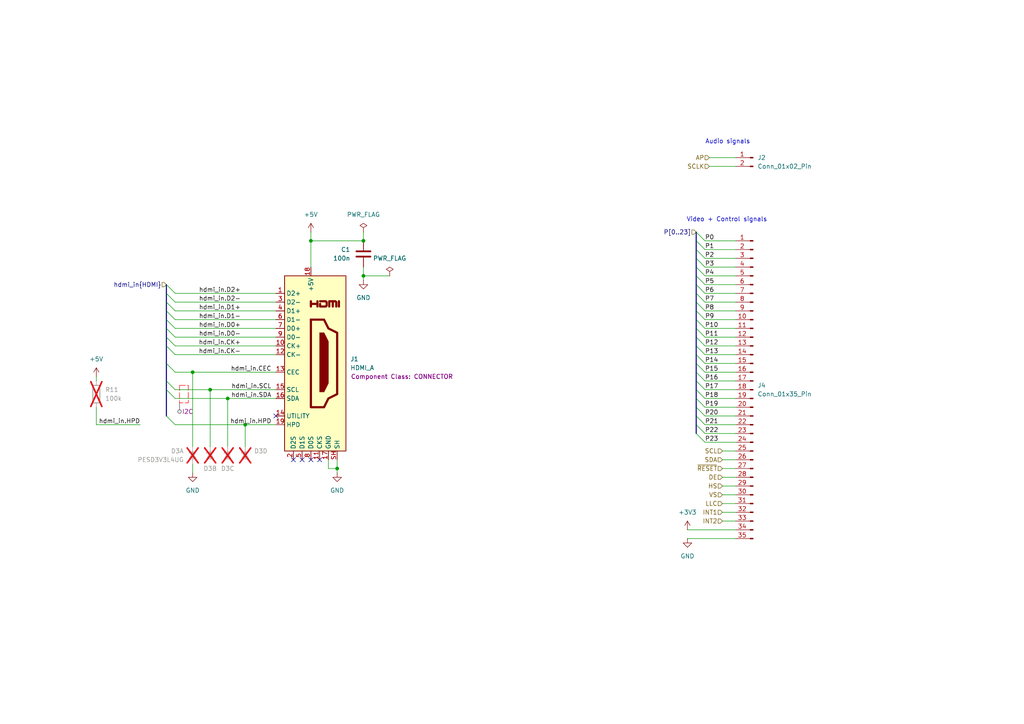
<source format=kicad_sch>
(kicad_sch (version 20250114) (generator "eeschema") (generator_version "9.0")
  (paper "A4")
  (lib_symbols
    (symbol "Connector:Conn_01x02_Pin" (pin_names (offset 1.016) (hide yes))
      (property "Reference" "J" (at 0 2.54 0))
      (property "Value" "Conn_01x02_Pin" (at 0 -5.08 0))
      (symbol "Conn_01x02_Pin_1_1"
        (rectangle (start 0.8636 0.127) (end 0 -0.127) (stroke (width 0.1524)) (fill (type outline)))
        (rectangle (start 0.8636 -2.413) (end 0 -2.667) (stroke (width 0.1524)) (fill (type outline)))
        (polyline (pts (xy 1.27 0) (xy 0.8636 0)) (stroke (width 0.1524)))
        (polyline (pts (xy 1.27 -2.54) (xy 0.8636 -2.54)) (stroke (width 0.1524)))
        (pin passive line (at 5.08 0 180) (length 3.81) (name "Pin_1") (number "1"))
        (pin passive line (at 5.08 -2.54 180) (length 3.81) (name "Pin_2") (number "2"))
      )
    )
    (symbol "Connector:Conn_01x35_Pin" (pin_names (offset 1.016) (hide yes))
      (property "Reference" "J" (at 0 45.72 0))
      (property "Value" "Conn_01x35_Pin" (at 0 -45.72 0))
      (symbol "Conn_01x35_Pin_1_1"
        (rectangle (start 0.8636 43.307) (end 0 43.053) (stroke (width 0.1524)) (fill (type outline)))
        (rectangle (start 0.8636 40.767) (end 0 40.513) (stroke (width 0.1524)) (fill (type outline)))
        (rectangle (start 0.8636 38.227) (end 0 37.973) (stroke (width 0.1524)) (fill (type outline)))
        (rectangle (start 0.8636 35.687) (end 0 35.433) (stroke (width 0.1524)) (fill (type outline)))
        (rectangle (start 0.8636 33.147) (end 0 32.893) (stroke (width 0.1524)) (fill (type outline)))
        (rectangle (start 0.8636 30.607) (end 0 30.353) (stroke (width 0.1524)) (fill (type outline)))
        (rectangle (start 0.8636 28.067) (end 0 27.813) (stroke (width 0.1524)) (fill (type outline)))
        (rectangle (start 0.8636 25.527) (end 0 25.273) (stroke (width 0.1524)) (fill (type outline)))
        (rectangle (start 0.8636 22.987) (end 0 22.733) (stroke (width 0.1524)) (fill (type outline)))
        (rectangle (start 0.8636 20.447) (end 0 20.193) (stroke (width 0.1524)) (fill (type outline)))
        (rectangle (start 0.8636 17.907) (end 0 17.653) (stroke (width 0.1524)) (fill (type outline)))
        (rectangle (start 0.8636 15.367) (end 0 15.113) (stroke (width 0.1524)) (fill (type outline)))
        (rectangle (start 0.8636 12.827) (end 0 12.573) (stroke (width 0.1524)) (fill (type outline)))
        (rectangle (start 0.8636 10.287) (end 0 10.033) (stroke (width 0.1524)) (fill (type outline)))
        (rectangle (start 0.8636 7.747) (end 0 7.493) (stroke (width 0.1524)) (fill (type outline)))
        (rectangle (start 0.8636 5.207) (end 0 4.953) (stroke (width 0.1524)) (fill (type outline)))
        (rectangle (start 0.8636 2.667) (end 0 2.413) (stroke (width 0.1524)) (fill (type outline)))
        (rectangle (start 0.8636 0.127) (end 0 -0.127) (stroke (width 0.1524)) (fill (type outline)))
        (rectangle (start 0.8636 -2.413) (end 0 -2.667) (stroke (width 0.1524)) (fill (type outline)))
        (rectangle (start 0.8636 -4.953) (end 0 -5.207) (stroke (width 0.1524)) (fill (type outline)))
        (rectangle (start 0.8636 -7.493) (end 0 -7.747) (stroke (width 0.1524)) (fill (type outline)))
        (rectangle (start 0.8636 -10.033) (end 0 -10.287) (stroke (width 0.1524)) (fill (type outline)))
        (rectangle (start 0.8636 -12.573) (end 0 -12.827) (stroke (width 0.1524)) (fill (type outline)))
        (rectangle (start 0.8636 -15.113) (end 0 -15.367) (stroke (width 0.1524)) (fill (type outline)))
        (rectangle (start 0.8636 -17.653) (end 0 -17.907) (stroke (width 0.1524)) (fill (type outline)))
        (rectangle (start 0.8636 -20.193) (end 0 -20.447) (stroke (width 0.1524)) (fill (type outline)))
        (rectangle (start 0.8636 -22.733) (end 0 -22.987) (stroke (width 0.1524)) (fill (type outline)))
        (rectangle (start 0.8636 -25.273) (end 0 -25.527) (stroke (width 0.1524)) (fill (type outline)))
        (rectangle (start 0.8636 -27.813) (end 0 -28.067) (stroke (width 0.1524)) (fill (type outline)))
        (rectangle (start 0.8636 -30.353) (end 0 -30.607) (stroke (width 0.1524)) (fill (type outline)))
        (rectangle (start 0.8636 -32.893) (end 0 -33.147) (stroke (width 0.1524)) (fill (type outline)))
        (rectangle (start 0.8636 -35.433) (end 0 -35.687) (stroke (width 0.1524)) (fill (type outline)))
        (rectangle (start 0.8636 -37.973) (end 0 -38.227) (stroke (width 0.1524)) (fill (type outline)))
        (rectangle (start 0.8636 -40.513) (end 0 -40.767) (stroke (width 0.1524)) (fill (type outline)))
        (rectangle (start 0.8636 -43.053) (end 0 -43.307) (stroke (width 0.1524)) (fill (type outline)))
        (polyline (pts (xy 1.27 43.18) (xy 0.8636 43.18)) (stroke (width 0.1524)))
        (polyline (pts (xy 1.27 40.64) (xy 0.8636 40.64)) (stroke (width 0.1524)))
        (polyline (pts (xy 1.27 38.1) (xy 0.8636 38.1)) (stroke (width 0.1524)))
        (polyline (pts (xy 1.27 35.56) (xy 0.8636 35.56)) (stroke (width 0.1524)))
        (polyline (pts (xy 1.27 33.02) (xy 0.8636 33.02)) (stroke (width 0.1524)))
        (polyline (pts (xy 1.27 30.48) (xy 0.8636 30.48)) (stroke (width 0.1524)))
        (polyline (pts (xy 1.27 27.94) (xy 0.8636 27.94)) (stroke (width 0.1524)))
        (polyline (pts (xy 1.27 25.4) (xy 0.8636 25.4)) (stroke (width 0.1524)))
        (polyline (pts (xy 1.27 22.86) (xy 0.8636 22.86)) (stroke (width 0.1524)))
        (polyline (pts (xy 1.27 20.32) (xy 0.8636 20.32)) (stroke (width 0.1524)))
        (polyline (pts (xy 1.27 17.78) (xy 0.8636 17.78)) (stroke (width 0.1524)))
        (polyline (pts (xy 1.27 15.24) (xy 0.8636 15.24)) (stroke (width 0.1524)))
        (polyline (pts (xy 1.27 12.7) (xy 0.8636 12.7)) (stroke (width 0.1524)))
        (polyline (pts (xy 1.27 10.16) (xy 0.8636 10.16)) (stroke (width 0.1524)))
        (polyline (pts (xy 1.27 7.62) (xy 0.8636 7.62)) (stroke (width 0.1524)))
        (polyline (pts (xy 1.27 5.08) (xy 0.8636 5.08)) (stroke (width 0.1524)))
        (polyline (pts (xy 1.27 2.54) (xy 0.8636 2.54)) (stroke (width 0.1524)))
        (polyline (pts (xy 1.27 0) (xy 0.8636 0)) (stroke (width 0.1524)))
        (polyline (pts (xy 1.27 -2.54) (xy 0.8636 -2.54)) (stroke (width 0.1524)))
        (polyline (pts (xy 1.27 -5.08) (xy 0.8636 -5.08)) (stroke (width 0.1524)))
        (polyline (pts (xy 1.27 -7.62) (xy 0.8636 -7.62)) (stroke (width 0.1524)))
        (polyline (pts (xy 1.27 -10.16) (xy 0.8636 -10.16)) (stroke (width 0.1524)))
        (polyline (pts (xy 1.27 -12.7) (xy 0.8636 -12.7)) (stroke (width 0.1524)))
        (polyline (pts (xy 1.27 -15.24) (xy 0.8636 -15.24)) (stroke (width 0.1524)))
        (polyline (pts (xy 1.27 -17.78) (xy 0.8636 -17.78)) (stroke (width 0.1524)))
        (polyline (pts (xy 1.27 -20.32) (xy 0.8636 -20.32)) (stroke (width 0.1524)))
        (polyline (pts (xy 1.27 -22.86) (xy 0.8636 -22.86)) (stroke (width 0.1524)))
        (polyline (pts (xy 1.27 -25.4) (xy 0.8636 -25.4)) (stroke (width 0.1524)))
        (polyline (pts (xy 1.27 -27.94) (xy 0.8636 -27.94)) (stroke (width 0.1524)))
        (polyline (pts (xy 1.27 -30.48) (xy 0.8636 -30.48)) (stroke (width 0.1524)))
        (polyline (pts (xy 1.27 -33.02) (xy 0.8636 -33.02)) (stroke (width 0.1524)))
        (polyline (pts (xy 1.27 -35.56) (xy 0.8636 -35.56)) (stroke (width 0.1524)))
        (polyline (pts (xy 1.27 -38.1) (xy 0.8636 -38.1)) (stroke (width 0.1524)))
        (polyline (pts (xy 1.27 -40.64) (xy 0.8636 -40.64)) (stroke (width 0.1524)))
        (polyline (pts (xy 1.27 -43.18) (xy 0.8636 -43.18)) (stroke (width 0.1524)))
        (pin passive line (at 5.08 43.18 180) (length 3.81) (name "Pin_1") (number "1"))
        (pin passive line (at 5.08 40.64 180) (length 3.81) (name "Pin_2") (number "2"))
        (pin passive line (at 5.08 38.1 180) (length 3.81) (name "Pin_3") (number "3"))
        (pin passive line (at 5.08 35.56 180) (length 3.81) (name "Pin_4") (number "4"))
        (pin passive line (at 5.08 33.02 180) (length 3.81) (name "Pin_5") (number "5"))
        (pin passive line (at 5.08 30.48 180) (length 3.81) (name "Pin_6") (number "6"))
        (pin passive line (at 5.08 27.94 180) (length 3.81) (name "Pin_7") (number "7"))
        (pin passive line (at 5.08 25.4 180) (length 3.81) (name "Pin_8") (number "8"))
        (pin passive line (at 5.08 22.86 180) (length 3.81) (name "Pin_9") (number "9"))
        (pin passive line (at 5.08 20.32 180) (length 3.81) (name "Pin_10") (number "10"))
        (pin passive line (at 5.08 17.78 180) (length 3.81) (name "Pin_11") (number "11"))
        (pin passive line (at 5.08 15.24 180) (length 3.81) (name "Pin_12") (number "12"))
        (pin passive line (at 5.08 12.7 180) (length 3.81) (name "Pin_13") (number "13"))
        (pin passive line (at 5.08 10.16 180) (length 3.81) (name "Pin_14") (number "14"))
        (pin passive line (at 5.08 7.62 180) (length 3.81) (name "Pin_15") (number "15"))
        (pin passive line (at 5.08 5.08 180) (length 3.81) (name "Pin_16") (number "16"))
        (pin passive line (at 5.08 2.54 180) (length 3.81) (name "Pin_17") (number "17"))
        (pin passive line (at 5.08 0 180) (length 3.81) (name "Pin_18") (number "18"))
        (pin passive line (at 5.08 -2.54 180) (length 3.81) (name "Pin_19") (number "19"))
        (pin passive line (at 5.08 -5.08 180) (length 3.81) (name "Pin_20") (number "20"))
        (pin passive line (at 5.08 -7.62 180) (length 3.81) (name "Pin_21") (number "21"))
        (pin passive line (at 5.08 -10.16 180) (length 3.81) (name "Pin_22") (number "22"))
        (pin passive line (at 5.08 -12.7 180) (length 3.81) (name "Pin_23") (number "23"))
        (pin passive line (at 5.08 -15.24 180) (length 3.81) (name "Pin_24") (number "24"))
        (pin passive line (at 5.08 -17.78 180) (length 3.81) (name "Pin_25") (number "25"))
        (pin passive line (at 5.08 -20.32 180) (length 3.81) (name "Pin_26") (number "26"))
        (pin passive line (at 5.08 -22.86 180) (length 3.81) (name "Pin_27") (number "27"))
        (pin passive line (at 5.08 -25.4 180) (length 3.81) (name "Pin_28") (number "28"))
        (pin passive line (at 5.08 -27.94 180) (length 3.81) (name "Pin_29") (number "29"))
        (pin passive line (at 5.08 -30.48 180) (length 3.81) (name "Pin_30") (number "30"))
        (pin passive line (at 5.08 -33.02 180) (length 3.81) (name "Pin_31") (number "31"))
        (pin passive line (at 5.08 -35.56 180) (length 3.81) (name "Pin_32") (number "32"))
        (pin passive line (at 5.08 -38.1 180) (length 3.81) (name "Pin_33") (number "33"))
        (pin passive line (at 5.08 -40.64 180) (length 3.81) (name "Pin_34") (number "34"))
        (pin passive line (at 5.08 -43.18 180) (length 3.81) (name "Pin_35") (number "35"))
      )
    )
    (symbol "Connector:HDMI_A"
      (property "Reference" "J" (at -6.35 26.67 0))
      (property "Value" "HDMI_A" (at 10.16 26.67 0))
      (symbol "HDMI_A_0_0"
        (polyline (pts (xy 0 16.51) (xy 0 18.034) (xy 0 17.272) (xy 1.905 17.272) (xy 1.905 18.034) (xy 1.905 16.51)) (stroke (width 0.635)))
        (polyline (pts (xy 2.667 18.034) (xy 4.318 18.034) (xy 4.572 17.78) (xy 4.572 16.764) (xy 4.318 16.51) (xy 2.667 16.51) (xy 2.667 17.272)) (stroke (width 0.635)))
        (polyline (pts (xy 8.128 16.51) (xy 8.128 18.034)) (stroke (width 0.635)))
      )
      (symbol "HDMI_A_0_1"
        (rectangle (start -7.62 25.4) (end 10.16 -25.4) (stroke (width 0.254)) (fill (type background)))
        (polyline (pts (xy 0 12.7) (xy 0 -12.7) (xy 3.81 -12.7) (xy 5.08 -10.16) (xy 7.62 -8.89) (xy 7.62 8.89) (xy 5.08 10.16) (xy 3.81 12.7) (xy 0 12.7)) (stroke (width 0.635)))
        (polyline (pts (xy 2.54 8.89) (xy 3.81 8.89) (xy 5.08 6.35) (xy 5.08 -5.715) (xy 3.81 -8.255) (xy 2.54 -8.255) (xy 2.54 8.89)) (fill (type outline)))
        (polyline (pts (xy 5.334 16.51) (xy 5.334 18.034) (xy 6.35 18.034) (xy 6.35 16.51) (xy 6.35 18.034) (xy 7.112 18.034) (xy 7.366 17.78) (xy 7.366 16.51)) (stroke (width 0.635)))
      )
      (symbol "HDMI_A_1_1"
        (pin passive line (at -10.16 20.32 0) (length 2.54) (name "D2+") (number "1"))
        (pin passive line (at -10.16 17.78 0) (length 2.54) (name "D2-") (number "3"))
        (pin passive line (at -10.16 15.24 0) (length 2.54) (name "D1+") (number "4"))
        (pin passive line (at -10.16 12.7 0) (length 2.54) (name "D1-") (number "6"))
        (pin passive line (at -10.16 10.16 0) (length 2.54) (name "D0+") (number "7"))
        (pin passive line (at -10.16 7.62 0) (length 2.54) (name "D0-") (number "9"))
        (pin passive line (at -10.16 5.08 0) (length 2.54) (name "CK+") (number "10"))
        (pin passive line (at -10.16 2.54 0) (length 2.54) (name "CK-") (number "12"))
        (pin bidirectional line (at -10.16 -2.54 0) (length 2.54) (name "CEC") (number "13"))
        (pin passive line (at -10.16 -7.62 0) (length 2.54) (name "SCL") (number "15"))
        (pin bidirectional line (at -10.16 -10.16 0) (length 2.54) (name "SDA") (number "16"))
        (pin passive line (at -10.16 -15.24 0) (length 2.54) (name "UTILITY") (number "14"))
        (pin passive line (at -10.16 -17.78 0) (length 2.54) (name "HPD") (number "19"))
        (pin power_in line (at -5.08 -27.94 90) (length 2.54) (name "D2S") (number "2"))
        (pin power_in line (at -2.54 -27.94 90) (length 2.54) (name "D1S") (number "5"))
        (pin power_in line (at 0 27.94 270) (length 2.54) (name "+5V") (number "18"))
        (pin power_in line (at 0 -27.94 90) (length 2.54) (name "D0S") (number "8"))
        (pin power_in line (at 2.54 -27.94 90) (length 2.54) (name "CKS") (number "11"))
        (pin power_in line (at 5.08 -27.94 90) (length 2.54) (name "GND") (number "17"))
        (pin passive line (at 7.62 -27.94 90) (length 2.54) (name "SH") (number "SH"))
      )
    )
    (symbol "Device:C" (pin_numbers (hide yes)) (pin_names (offset 0.254))
      (property "Reference" "C" (at 0.635 2.54 0))
      (property "Value" "C" (at 0.635 -2.54 0))
      (symbol "C_0_1"
        (polyline (pts (xy -2.032 0.762) (xy 2.032 0.762)) (stroke (width 0.508)))
        (polyline (pts (xy -2.032 -0.762) (xy 2.032 -0.762)) (stroke (width 0.508)))
      )
      (symbol "C_1_1"
        (pin passive line (at 0 3.81 270) (length 2.794) (name "~") (number "1"))
        (pin passive line (at 0 -3.81 90) (length 2.794) (name "~") (number "2"))
      )
    )
    (symbol "Device:R" (pin_numbers (hide yes)) (pin_names (offset 0))
      (property "Reference" "R" (at 2.032 0 90))
      (property "Value" "R" (at 0 0 90))
      (symbol "R_0_1"
        (rectangle (start -1.016 -2.54) (end 1.016 2.54) (stroke (width 0.254)))
      )
      (symbol "R_1_1"
        (pin passive line (at 0 3.81 270) (length 1.27) (name "~") (number "1"))
        (pin passive line (at 0 -3.81 90) (length 1.27) (name "~") (number "2"))
      )
    )
    (symbol "Power_Protection:PESD3V3L4UG" (pin_numbers (hide yes)) (pin_names (hide yes))
      (property "Reference" "D" (at 0 2.54 0))
      (property "Value" "PESD3V3L4UG" (at 0 -2.54 0))
      (symbol "PESD3V3L4UG_0_1"
        (polyline (pts (xy -1.016 1.016) (xy -1.016 -1.016) (xy -0.508 -1.016)))
        (polyline (pts (xy -1.016 0) (xy 1.016 0)))
        (polyline (pts (xy 1.016 1.016) (xy -1.016 0) (xy 1.016 -1.016) (xy 1.016 1.016)))
      )
      (symbol "PESD3V3L4UG_1_1"
        (pin passive line (at -2.54 0 0) (length 2.54) (name "K1") (number "1"))
        (pin passive line (at 2.54 0 180) (length 2.54) (name "A") (number "2"))
      )
      (symbol "PESD3V3L4UG_2_1"
        (pin passive line (at -2.54 0 0) (length 2.54) (name "K2") (number "3"))
      )
      (symbol "PESD3V3L4UG_3_1"
        (pin passive line (at -2.54 0 0) (length 2.54) (name "K3") (number "4"))
      )
      (symbol "PESD3V3L4UG_4_1"
        (pin passive line (at -2.54 0 0) (length 2.54) (name "K4") (number "5"))
      )
    )
    (symbol "power:+3V3" (power) (pin_numbers (hide yes)) (pin_names (offset 0) (hide yes))
      (property "Value" "+3V3" (at 0 3.556 0))
      (symbol "+3V3_0_1"
        (polyline (pts (xy -0.762 1.27) (xy 0 2.54)))
        (polyline (pts (xy 0 2.54) (xy 0.762 1.27)))
        (polyline (pts (xy 0 0) (xy 0 2.54)))
      )
      (symbol "+3V3_1_1"
        (pin power_in line (at 0 0 90) (length 0) (name "~") (number "1"))
      )
    )
    (symbol "power:+5V" (power) (pin_numbers (hide yes)) (pin_names (offset 0) (hide yes))
      (property "Value" "+5V" (at 0 3.556 0))
      (symbol "+5V_0_1"
        (polyline (pts (xy -0.762 1.27) (xy 0 2.54)))
        (polyline (pts (xy 0 2.54) (xy 0.762 1.27)))
        (polyline (pts (xy 0 0) (xy 0 2.54)))
      )
      (symbol "+5V_1_1"
        (pin power_in line (at 0 0 90) (length 0) (name "~") (number "1"))
      )
    )
    (symbol "power:GND" (power) (pin_numbers (hide yes)) (pin_names (offset 0) (hide yes))
      (property "Value" "GND" (at 0 -3.81 0))
      (symbol "GND_0_1"
        (polyline (pts (xy 0 0) (xy 0 -1.27) (xy 1.27 -1.27) (xy 0 -2.54) (xy -1.27 -1.27) (xy 0 -1.27)))
      )
      (symbol "GND_1_1"
        (pin power_in line (at 0 0 270) (length 0) (name "~") (number "1"))
      )
    )
    (symbol "power:PWR_FLAG" (power) (pin_numbers (hide yes)) (pin_names (offset 0) (hide yes))
      (property "Value" "PWR_FLAG" (at 0 3.81 0))
      (symbol "PWR_FLAG_0_0"
        (pin power_out line (at 0 0 90) (length 0) (name "~") (number "1"))
      )
      (symbol "PWR_FLAG_0_1"
        (polyline (pts (xy 0 0) (xy 0 1.27) (xy -1.016 1.905) (xy 0 2.54) (xy 1.016 1.905) (xy 0 1.27)))
      )
    )
  )
  (text "Audio signals" (at 211.074 41.148 0) (effects (font (size 1.27 1.27))))
  (text "Video + Control signals" (at 210.82 63.754 0) (effects (font (size 1.27 1.27))))
  (junction (at 90.17 69.85))
  (junction (at 55.88 107.95))
  (junction (at 97.79 135.89))
  (junction (at 60.96 113.03))
  (junction (at 105.41 69.85))
  (junction (at 105.41 80.01))
  (junction (at 71.12 123.19))
  (junction (at 66.04 115.57))
  (no_connect (at 87.63 133.35))
  (no_connect (at 90.17 133.35))
  (no_connect (at 80.01 120.65))
  (no_connect (at 85.09 133.35))
  (no_connect (at 92.71 133.35))
  (bus_entry (at 48.26 90.17) (size 2.54 2.54))
  (bus_entry (at 204.47 102.87) (size -2.54 -2.54))
  (bus_entry (at 48.26 110.49) (size 2.54 2.54))
  (bus_entry (at 48.26 97.79) (size 2.54 2.54))
  (bus_entry (at 48.26 113.03) (size 2.54 2.54))
  (bus_entry (at 204.47 128.27) (size -2.54 -2.54))
  (bus_entry (at 204.47 105.41) (size -2.54 -2.54))
  (bus_entry (at 48.26 85.09) (size 2.54 2.54))
  (bus_entry (at 204.47 85.09) (size -2.54 -2.54))
  (bus_entry (at 204.47 97.79) (size -2.54 -2.54))
  (bus_entry (at 48.26 92.71) (size 2.54 2.54))
  (bus_entry (at 48.26 82.55) (size 2.54 2.54))
  (bus_entry (at 48.26 100.33) (size 2.54 2.54))
  (bus_entry (at 48.26 120.65) (size 2.54 2.54))
  (bus_entry (at 204.47 77.47) (size -2.54 -2.54))
  (bus_entry (at 204.47 113.03) (size -2.54 -2.54))
  (bus_entry (at 204.47 92.71) (size -2.54 -2.54))
  (bus_entry (at 204.47 120.65) (size -2.54 -2.54))
  (bus_entry (at 204.47 118.11) (size -2.54 -2.54))
  (bus_entry (at 48.26 95.25) (size 2.54 2.54))
  (bus_entry (at 204.47 95.25) (size -2.54 -2.54))
  (bus_entry (at 204.47 123.19) (size -2.54 -2.54))
  (bus_entry (at 48.26 105.41) (size 2.54 2.54))
  (bus_entry (at 204.47 125.73) (size -2.54 -2.54))
  (bus_entry (at 201.93 67.31) (size 2.54 2.54))
  (bus_entry (at 204.47 87.63) (size -2.54 -2.54))
  (bus_entry (at 204.47 100.33) (size -2.54 -2.54))
  (bus_entry (at 48.26 87.63) (size 2.54 2.54))
  (bus_entry (at 204.47 115.57) (size -2.54 -2.54))
  (bus_entry (at 204.47 80.01) (size -2.54 -2.54))
  (bus_entry (at 204.47 72.39) (size -2.54 -2.54))
  (bus_entry (at 204.47 74.93) (size -2.54 -2.54))
  (bus_entry (at 204.47 110.49) (size -2.54 -2.54))
  (bus_entry (at 204.47 82.55) (size -2.54 -2.54))
  (bus_entry (at 204.47 90.17) (size -2.54 -2.54))
  (bus_entry (at 204.47 107.95) (size -2.54 -2.54))
  (wire (pts (xy 199.39 156.21) (xy 213.36 156.21)))
  (wire (pts (xy 27.94 118.11) (xy 27.94 123.19)))
  (wire (pts (xy 105.41 67.31) (xy 105.41 69.85)))
  (wire (pts (xy 209.55 146.05) (xy 213.36 146.05)))
  (wire (pts (xy 209.55 133.35) (xy 213.36 133.35)))
  (wire (pts (xy 209.55 135.89) (xy 213.36 135.89)))
  (wire (pts (xy 50.8 102.87) (xy 80.01 102.87)))
  (wire (pts (xy 105.41 77.47) (xy 105.41 80.01)))
  (wire (pts (xy 209.55 130.81) (xy 213.36 130.81)))
  (bus (pts (xy 48.26 100.33) (xy 48.26 105.41)))
  (bus (pts (xy 201.93 110.49) (xy 201.93 113.03)))
  (wire (pts (xy 60.96 113.03) (xy 60.96 129.54)))
  (bus (pts (xy 201.93 74.93) (xy 201.93 77.47)))
  (wire (pts (xy 97.79 135.89) (xy 95.25 135.89)))
  (wire (pts (xy 213.36 97.79) (xy 204.47 97.79)))
  (wire (pts (xy 66.04 115.57) (xy 66.04 129.54)))
  (wire (pts (xy 213.36 85.09) (xy 204.47 85.09)))
  (wire (pts (xy 209.55 140.97) (xy 213.36 140.97)))
  (bus (pts (xy 201.93 69.85) (xy 201.93 72.39)))
  (bus (pts (xy 201.93 107.95) (xy 201.93 110.49)))
  (bus (pts (xy 201.93 115.57) (xy 201.93 118.11)))
  (bus (pts (xy 48.26 92.71) (xy 48.26 95.25)))
  (bus (pts (xy 48.26 113.03) (xy 48.26 120.65)))
  (bus (pts (xy 48.26 90.17) (xy 48.26 92.71)))
  (wire (pts (xy 213.36 118.11) (xy 204.47 118.11)))
  (wire (pts (xy 213.36 87.63) (xy 204.47 87.63)))
  (bus (pts (xy 201.93 105.41) (xy 201.93 107.95)))
  (bus (pts (xy 201.93 82.55) (xy 201.93 85.09)))
  (wire (pts (xy 50.8 97.79) (xy 80.01 97.79)))
  (wire (pts (xy 50.8 100.33) (xy 80.01 100.33)))
  (bus (pts (xy 48.26 95.25) (xy 48.26 97.79)))
  (wire (pts (xy 213.36 120.65) (xy 204.47 120.65)))
  (wire (pts (xy 50.8 95.25) (xy 80.01 95.25)))
  (bus (pts (xy 48.26 105.41) (xy 48.26 110.49)))
  (wire (pts (xy 90.17 69.85) (xy 90.17 77.47)))
  (wire (pts (xy 213.36 113.03) (xy 204.47 113.03)))
  (wire (pts (xy 66.04 115.57) (xy 80.01 115.57)))
  (wire (pts (xy 105.41 80.01) (xy 105.41 81.28)))
  (wire (pts (xy 213.36 80.01) (xy 204.47 80.01)))
  (bus (pts (xy 201.93 87.63) (xy 201.93 90.17)))
  (wire (pts (xy 105.41 69.85) (xy 90.17 69.85)))
  (wire (pts (xy 213.36 102.87) (xy 204.47 102.87)))
  (wire (pts (xy 213.36 95.25) (xy 204.47 95.25)))
  (wire (pts (xy 71.12 123.19) (xy 80.01 123.19)))
  (wire (pts (xy 204.47 69.85) (xy 213.36 69.85)))
  (bus (pts (xy 201.93 85.09) (xy 201.93 87.63)))
  (bus (pts (xy 201.93 120.65) (xy 201.93 123.19)))
  (wire (pts (xy 50.8 107.95) (xy 55.88 107.95)))
  (wire (pts (xy 209.55 138.43) (xy 213.36 138.43)))
  (wire (pts (xy 105.41 80.01) (xy 113.03 80.01)))
  (wire (pts (xy 50.8 113.03) (xy 60.96 113.03)))
  (wire (pts (xy 213.36 115.57) (xy 204.47 115.57)))
  (wire (pts (xy 213.36 123.19) (xy 204.47 123.19)))
  (wire (pts (xy 97.79 133.35) (xy 97.79 135.89)))
  (wire (pts (xy 50.8 123.19) (xy 71.12 123.19)))
  (wire (pts (xy 209.55 143.51) (xy 213.36 143.51)))
  (wire (pts (xy 213.36 48.26) (xy 205.74 48.26)))
  (bus (pts (xy 201.93 95.25) (xy 201.93 97.79)))
  (bus (pts (xy 201.93 67.31) (xy 201.93 69.85)))
  (bus (pts (xy 48.26 82.55) (xy 48.26 85.09)))
  (wire (pts (xy 213.36 107.95) (xy 204.47 107.95)))
  (wire (pts (xy 27.94 109.22) (xy 27.94 110.49)))
  (bus (pts (xy 48.26 87.63) (xy 48.26 90.17)))
  (bus (pts (xy 201.93 77.47) (xy 201.93 80.01)))
  (wire (pts (xy 213.36 110.49) (xy 204.47 110.49)))
  (wire (pts (xy 97.79 135.89) (xy 97.79 137.16)))
  (wire (pts (xy 50.8 85.09) (xy 80.01 85.09)))
  (wire (pts (xy 213.36 105.41) (xy 204.47 105.41)))
  (wire (pts (xy 199.39 153.67) (xy 213.36 153.67)))
  (bus (pts (xy 48.26 110.49) (xy 48.26 113.03)))
  (bus (pts (xy 201.93 90.17) (xy 201.93 92.71)))
  (bus (pts (xy 201.93 113.03) (xy 201.93 115.57)))
  (wire (pts (xy 213.36 74.93) (xy 204.47 74.93)))
  (bus (pts (xy 201.93 97.79) (xy 201.93 100.33)))
  (bus (pts (xy 201.93 72.39) (xy 201.93 74.93)))
  (bus (pts (xy 201.93 118.11) (xy 201.93 120.65)))
  (wire (pts (xy 209.55 151.13) (xy 213.36 151.13)))
  (wire (pts (xy 55.88 107.95) (xy 80.01 107.95)))
  (wire (pts (xy 55.88 134.62) (xy 55.88 137.16)))
  (bus (pts (xy 48.26 85.09) (xy 48.26 87.63)))
  (wire (pts (xy 95.25 133.35) (xy 95.25 135.89)))
  (bus (pts (xy 201.93 100.33) (xy 201.93 102.87)))
  (wire (pts (xy 60.96 113.03) (xy 80.01 113.03)))
  (bus (pts (xy 201.93 80.01) (xy 201.93 82.55)))
  (wire (pts (xy 213.36 45.72) (xy 205.74 45.72)))
  (bus (pts (xy 201.93 102.87) (xy 201.93 105.41)))
  (wire (pts (xy 213.36 100.33) (xy 204.47 100.33)))
  (wire (pts (xy 50.8 115.57) (xy 66.04 115.57)))
  (wire (pts (xy 204.47 72.39) (xy 213.36 72.39)))
  (bus (pts (xy 201.93 123.19) (xy 201.93 125.73)))
  (bus (pts (xy 48.26 97.79) (xy 48.26 100.33)))
  (wire (pts (xy 40.64 123.19) (xy 27.94 123.19)))
  (wire (pts (xy 213.36 90.17) (xy 204.47 90.17)))
  (wire (pts (xy 209.55 148.59) (xy 213.36 148.59)))
  (wire (pts (xy 90.17 67.31) (xy 90.17 69.85)))
  (wire (pts (xy 71.12 123.19) (xy 71.12 129.54)))
  (wire (pts (xy 50.8 90.17) (xy 80.01 90.17)))
  (wire (pts (xy 213.36 128.27) (xy 204.47 128.27)))
  (bus (pts (xy 201.93 92.71) (xy 201.93 95.25)))
  (wire (pts (xy 213.36 82.55) (xy 204.47 82.55)))
  (wire (pts (xy 213.36 77.47) (xy 204.47 77.47)))
  (wire (pts (xy 55.88 129.54) (xy 55.88 107.95)))
  (wire (pts (xy 213.36 92.71) (xy 204.47 92.71)))
  (wire (pts (xy 50.8 87.63) (xy 80.01 87.63)))
  (wire (pts (xy 213.36 125.73) (xy 204.47 125.73)))
  (wire (pts (xy 50.8 92.71) (xy 80.01 92.71)))
  (label "P18" (at 204.47 115.57 0))
  (label "P9" (at 204.47 92.71 0))
  (label "P20" (at 204.47 120.65 0))
  (label "P0" (at 204.47 69.85 0))
  (label "hdmi_in.HPD" (at 78.74 123.19 180))
  (label "P17" (at 204.47 113.03 0))
  (label "hdmi_in.D0-" (at 69.85 97.79 180))
  (label "P3" (at 204.47 77.47 0))
  (label "P6" (at 204.47 85.09 0))
  (label "hdmi_in.CK+" (at 69.85 100.33 180))
  (label "hdmi_in.D2-" (at 69.85 87.63 180))
  (label "P10" (at 204.47 95.25 0))
  (label "P16" (at 204.47 110.49 0))
  (label "P1" (at 204.47 72.39 0))
  (label "P21" (at 204.47 123.19 0))
  (label "P4" (at 204.47 80.01 0))
  (label "P23" (at 204.47 128.27 0))
  (label "hdmi_in.D1+" (at 69.85 90.17 180))
  (label "P15" (at 204.47 107.95 0))
  (label "P8" (at 204.47 90.17 0))
  (label "hdmi_in.D1-" (at 69.85 92.71 180))
  (label "hdmi_in.HPD" (at 40.64 123.19 180))
  (label "P22" (at 204.47 125.73 0))
  (label "hdmi_in.CK-" (at 69.85 102.87 180))
  (label "P5" (at 204.47 82.55 0))
  (label "P19" (at 204.47 118.11 0))
  (label "P11" (at 204.47 97.79 0))
  (label "P12" (at 204.47 100.33 0))
  (label "hdmi_in.D0+" (at 69.85 95.25 180))
  (label "hdmi_in.SCL" (at 78.74 113.03 180))
  (label "P13" (at 204.47 102.87 0))
  (label "hdmi_in.D2+" (at 69.85 85.09 180))
  (label "hdmi_in.CEC" (at 78.74 107.95 180))
  (label "P14" (at 204.47 105.41 0))
  (label "hdmi_in.SDA" (at 78.74 115.57 180))
  (label "P7" (at 204.47 87.63 0))
  (label "P2" (at 204.47 74.93 0))
  (hierarchical_label "SCL" (shape input) (at 209.55 130.81 180))
  (hierarchical_label "AP" (shape input) (at 205.74 45.72 180))
  (hierarchical_label "P[0..23]" (shape input) (at 201.93 67.31 180))
  (hierarchical_label "~{RESET}" (shape input) (at 209.55 135.89 180))
  (hierarchical_label "INT2" (shape input) (at 209.55 151.13 180))
  (hierarchical_label "DE" (shape input) (at 209.55 138.43 180))
  (hierarchical_label "VS" (shape input) (at 209.55 143.51 180))
  (hierarchical_label "SDA" (shape input) (at 209.55 133.35 180))
  (hierarchical_label "LLC" (shape input) (at 209.55 146.05 180))
  (hierarchical_label "HS" (shape input) (at 209.55 140.97 180))
  (hierarchical_label "hdmi_in{HDMI}" (shape input) (at 48.26 82.55 180))
  (hierarchical_label "INT1" (shape input) (at 209.55 148.59 180))
  (hierarchical_label "SCLK" (shape input) (at 205.74 48.26 180))
  (rule_area (polyline (pts (xy 52.07 111.76) (xy 54.61 111.76) (xy 54.61 116.84) (xy 52.07 116.84)) (stroke (width 0) (type dash))))
  (netclass_flag "" (length 2.54) (shape round) (at 52.07 116.84 180) (property "Netclass" "I2C" (at 52.7685 119.38 0) (effects (justify left))))
  (symbol (lib_id "Connector:HDMI_A") (at 90.17 105.41 0) (unit 1)
    (property "Reference" "J1" (at 101.6 104.1399 0) (effects (justify left)))
    (property "Value" "HDMI_A" (at 101.6 106.6799 0) (effects (justify left)))
    (property "Footprint" "Connector_Video:HDMI_A_Amphenol_10029449-x01xLF_Horizontal" (effects (hide yes)))
    (property "Datasheet" "https://en.wikipedia.org/wiki/HDMI" (effects (hide yes)))
    (property "Description" "HDMI type A connector" (effects (hide yes)))
    (property "Component Class" "CONNECTOR" (at 116.586 109.22 0) (show_name yes))
  )
  (symbol (lib_id "power:PWR_FLAG") (at 113.03 80.01 0) (unit 1)
    (property "Reference" "#FLG02" (effects (hide yes)))
    (property "Value" "PWR_FLAG" (at 113.03 74.93 0))
    (property "Description" "Special symbol for telling ERC where power comes from" (effects (hide yes)))
  )
  (symbol (lib_id "power:GND") (at 97.79 137.16 0) (mirror y) (unit 1)
    (property "Reference" "#PWR02" (effects (hide yes)))
    (property "Value" "GND" (at 97.79 142.24 0))
    (property "Description" "Power symbol creates a global label with name \"GND\" , ground" (effects (hide yes)))
  )
  (symbol (lib_id "Connector:Conn_01x02_Pin") (at 218.44 45.72 0) (mirror y) (unit 1)
    (property "Reference" "J2" (at 219.71 45.7199 0) (effects (justify right)))
    (property "Value" "Conn_01x02_Pin" (at 219.71 48.2599 0) (effects (justify right)))
    (property "Footprint" "Connector_JST:JST_XH_B2B-XH-AM_1x02_P2.50mm_Vertical" (effects (hide yes)))
    (property "Description" "Generic connector, single row, 01x02, script generated" (effects (hide yes)))
  )
  (symbol (lib_id "power:GND") (at 55.88 137.16 0) (mirror y) (unit 1)
    (property "Reference" "#PWR053" (effects (hide yes)))
    (property "Value" "GND" (at 55.88 142.24 0))
    (property "Description" "Power symbol creates a global label with name \"GND\" , ground" (effects (hide yes)))
  )
  (symbol (lib_id "Device:C") (at 105.41 73.66 0) (mirror y) (unit 1)
    (property "Reference" "C1" (at 101.6 72.3899 0) (effects (justify left)))
    (property "Value" "100n" (at 101.6 74.9299 0) (effects (justify left)))
    (property "Footprint" "Capacitor_SMD:C_0402_1005Metric" (effects (hide yes)))
    (property "Description" "Unpolarized capacitor" (effects (hide yes)))
  )
  (symbol (lib_id "power:GND") (at 199.39 156.21 0) (unit 1)
    (property "Reference" "#PWR039" (effects (hide yes)))
    (property "Value" "GND" (at 199.39 161.29 0))
    (property "Description" "Power symbol creates a global label with name \"GND\" , ground" (effects (hide yes)))
  )
  (symbol (lib_id "Power_Protection:PESD3V3L4UG") (at 55.88 132.08 270) (unit 1) (in_bom no) (dnp yes)
    (property "Reference" "D3" (at 53.34 130.8099 90) (effects (justify right)))
    (property "Value" "PESD3V3L4UG" (at 53.34 133.3499 90) (effects (justify right)))
    (property "Footprint" "Package_TO_SOT_SMD:SOT-353_SC-70-5" (effects (hide yes)))
    (property "Datasheet" "https://assets.nexperia.com/documents/data-sheet/PESDXL4UF_G_W.pdf" (effects (hide yes)))
    (property "Description" "Low capacitance unidirectional quadruple ESD protection diode array, 3.3V, Common Anode, SOT-353" (effects (hide yes)))
  )
  (symbol (lib_id "power:+3V3") (at 199.39 153.67 0) (unit 1)
    (property "Reference" "#PWR040" (effects (hide yes)))
    (property "Value" "+3V3" (at 199.39 148.59 0))
    (property "Description" "Power symbol creates a global label with name \"+3V3\"" (effects (hide yes)))
  )
  (symbol (lib_id "power:+5V") (at 27.94 109.22 0) (unit 1)
    (property "Reference" "#PWR038" (effects (hide yes)))
    (property "Value" "+5V" (at 27.94 104.14 0))
    (property "Description" "Power symbol creates a global label with name \"+5V\"" (effects (hide yes)))
  )
  (symbol (lib_id "Connector:Conn_01x35_Pin") (at 218.44 113.03 0) (mirror y) (unit 1)
    (property "Reference" "J4" (at 219.71 111.7599 0) (effects (justify right)))
    (property "Value" "Conn_01x35_Pin" (at 219.71 114.2999 0) (effects (justify right)))
    (property "Footprint" "Connector_PinHeader_1.00mm:PinHeader_1x35_P1.00mm_Vertical_SMD_Pin1Left" (effects (hide yes)))
    (property "Description" "Generic connector, single row, 01x35, script generated" (effects (hide yes)))
  )
  (symbol (lib_id "Power_Protection:PESD3V3L4UG") (at 60.96 132.08 270) (unit 2) (in_bom no) (dnp yes)
    (property "Reference" "D3" (at 60.96 135.89 90))
    (property "Value" "PESD3V3L4UG" (effects (hide yes)))
    (property "Footprint" "Package_TO_SOT_SMD:SOT-353_SC-70-5" (effects (hide yes)))
    (property "Datasheet" "https://assets.nexperia.com/documents/data-sheet/PESDXL4UF_G_W.pdf" (effects (hide yes)))
    (property "Description" "Low capacitance unidirectional quadruple ESD protection diode array, 3.3V, Common Anode, SOT-353" (effects (hide yes)))
  )
  (symbol (lib_id "power:PWR_FLAG") (at 105.41 67.31 0) (unit 1)
    (property "Reference" "#FLG01" (effects (hide yes)))
    (property "Value" "PWR_FLAG" (at 105.41 62.23 0))
    (property "Description" "Special symbol for telling ERC where power comes from" (effects (hide yes)))
  )
  (symbol (lib_id "Power_Protection:PESD3V3L4UG") (at 71.12 132.08 270) (unit 4) (in_bom no) (dnp yes)
    (property "Reference" "D3" (at 73.66 130.8099 90) (effects (justify left)))
    (property "Value" "PESD3V3L4UG" (effects (hide yes)))
    (property "Footprint" "Package_TO_SOT_SMD:SOT-353_SC-70-5" (effects (hide yes)))
    (property "Datasheet" "https://assets.nexperia.com/documents/data-sheet/PESDXL4UF_G_W.pdf" (effects (hide yes)))
    (property "Description" "Low capacitance unidirectional quadruple ESD protection diode array, 3.3V, Common Anode, SOT-353" (effects (hide yes)))
  )
  (symbol (lib_id "power:GND") (at 105.41 81.28 0) (mirror y) (unit 1)
    (property "Reference" "#PWR01" (effects (hide yes)))
    (property "Value" "GND" (at 105.41 86.36 0))
    (property "Description" "Power symbol creates a global label with name \"GND\" , ground" (effects (hide yes)))
  )
  (symbol (lib_id "power:+5V") (at 90.17 67.31 0) (mirror y) (unit 1)
    (property "Reference" "#PWR03" (effects (hide yes)))
    (property "Value" "+5V" (at 90.17 62.23 0))
    (property "Description" "Power symbol creates a global label with name \"+5V\"" (effects (hide yes)))
  )
  (symbol (lib_id "Power_Protection:PESD3V3L4UG") (at 66.04 132.08 270) (unit 3) (in_bom no) (dnp yes)
    (property "Reference" "D3" (at 66.04 135.89 90))
    (property "Value" "PESD3V3L4UG" (effects (hide yes)))
    (property "Footprint" "Package_TO_SOT_SMD:SOT-353_SC-70-5" (effects (hide yes)))
    (property "Datasheet" "https://assets.nexperia.com/documents/data-sheet/PESDXL4UF_G_W.pdf" (effects (hide yes)))
    (property "Description" "Low capacitance unidirectional quadruple ESD protection diode array, 3.3V, Common Anode, SOT-353" (effects (hide yes)))
  )
  (symbol (lib_id "Device:R") (at 27.94 114.3 0) (unit 1) (exclude_from_sim yes) (in_bom no) (dnp yes)
    (property "Reference" "R11" (at 30.48 113.0299 0) (effects (justify left)))
    (property "Value" "100k" (at 30.48 115.5699 0) (effects (justify left)))
    (property "Footprint" "Resistor_SMD:R_0402_1005Metric" (effects (hide yes)))
    (property "Description" "Resistor" (effects (hide yes)))
  )
)
</source>
